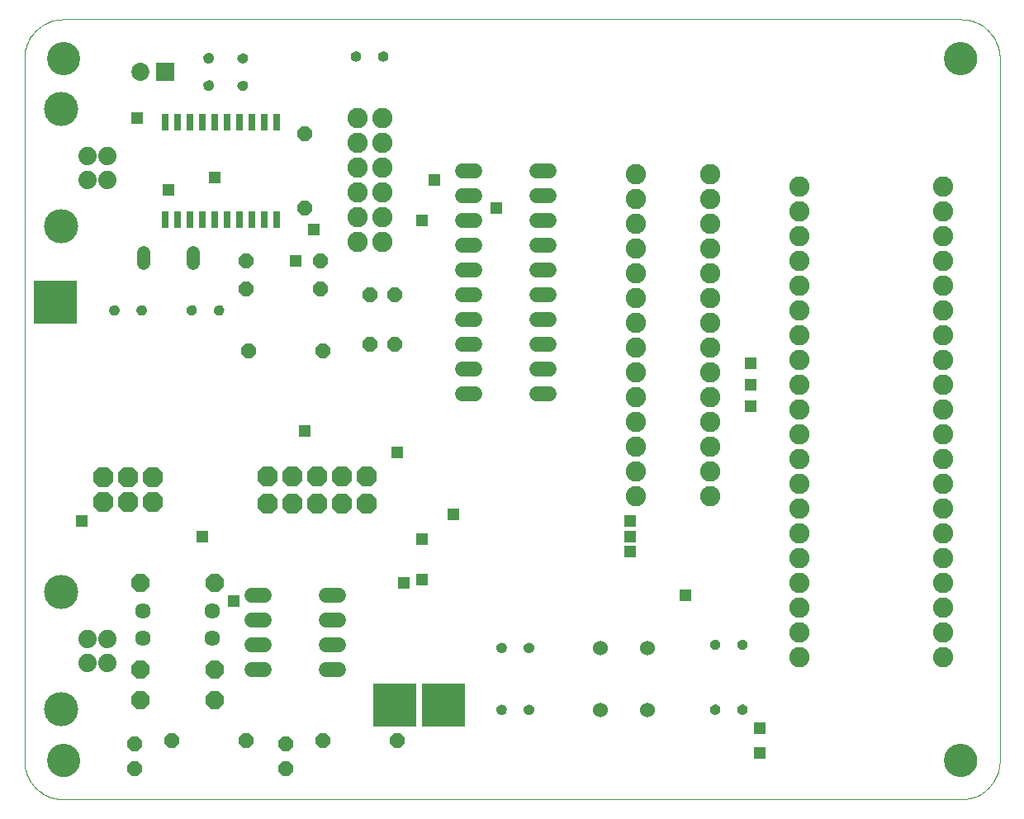
<source format=gts>
G75*
G70*
%OFA0B0*%
%FSLAX24Y24*%
%IPPOS*%
%LPD*%
%AMOC8*
5,1,8,0,0,1.08239X$1,22.5*
%
%ADD10C,0.0000*%
%ADD11C,0.1340*%
%ADD12R,0.0316X0.0671*%
%ADD13C,0.0520*%
%ADD14C,0.0050*%
%ADD15C,0.0740*%
%ADD16C,0.1380*%
%ADD17OC8,0.0600*%
%ADD18C,0.0730*%
%ADD19R,0.0730X0.0730*%
%ADD20C,0.0600*%
%ADD21C,0.0634*%
%ADD22OC8,0.0820*%
%ADD23OC8,0.0740*%
%ADD24C,0.0820*%
%ADD25C,0.0600*%
%ADD26R,0.0476X0.0476*%
%ADD27R,0.1740X0.1740*%
D10*
X006206Y003416D02*
X042426Y003416D01*
X041796Y004990D02*
X041798Y005040D01*
X041804Y005090D01*
X041814Y005139D01*
X041828Y005187D01*
X041845Y005234D01*
X041866Y005279D01*
X041891Y005323D01*
X041919Y005364D01*
X041951Y005403D01*
X041985Y005440D01*
X042022Y005474D01*
X042062Y005504D01*
X042104Y005531D01*
X042148Y005555D01*
X042194Y005576D01*
X042241Y005592D01*
X042289Y005605D01*
X042339Y005614D01*
X042388Y005619D01*
X042439Y005620D01*
X042489Y005617D01*
X042538Y005610D01*
X042587Y005599D01*
X042635Y005584D01*
X042681Y005566D01*
X042726Y005544D01*
X042769Y005518D01*
X042810Y005489D01*
X042849Y005457D01*
X042885Y005422D01*
X042917Y005384D01*
X042947Y005344D01*
X042974Y005301D01*
X042997Y005257D01*
X043016Y005211D01*
X043032Y005163D01*
X043044Y005114D01*
X043052Y005065D01*
X043056Y005015D01*
X043056Y004965D01*
X043052Y004915D01*
X043044Y004866D01*
X043032Y004817D01*
X043016Y004769D01*
X042997Y004723D01*
X042974Y004679D01*
X042947Y004636D01*
X042917Y004596D01*
X042885Y004558D01*
X042849Y004523D01*
X042810Y004491D01*
X042769Y004462D01*
X042726Y004436D01*
X042681Y004414D01*
X042635Y004396D01*
X042587Y004381D01*
X042538Y004370D01*
X042489Y004363D01*
X042439Y004360D01*
X042388Y004361D01*
X042339Y004366D01*
X042289Y004375D01*
X042241Y004388D01*
X042194Y004404D01*
X042148Y004425D01*
X042104Y004449D01*
X042062Y004476D01*
X042022Y004506D01*
X041985Y004540D01*
X041951Y004577D01*
X041919Y004616D01*
X041891Y004657D01*
X041866Y004701D01*
X041845Y004746D01*
X041828Y004793D01*
X041814Y004841D01*
X041804Y004890D01*
X041798Y004940D01*
X041796Y004990D01*
X042426Y003415D02*
X042503Y003417D01*
X042580Y003423D01*
X042657Y003432D01*
X042733Y003445D01*
X042809Y003462D01*
X042883Y003483D01*
X042957Y003507D01*
X043029Y003535D01*
X043099Y003566D01*
X043168Y003601D01*
X043236Y003639D01*
X043301Y003680D01*
X043364Y003725D01*
X043425Y003773D01*
X043484Y003823D01*
X043540Y003876D01*
X043593Y003932D01*
X043643Y003991D01*
X043691Y004052D01*
X043736Y004115D01*
X043777Y004180D01*
X043815Y004248D01*
X043850Y004317D01*
X043881Y004387D01*
X043909Y004459D01*
X043933Y004533D01*
X043954Y004607D01*
X043971Y004683D01*
X043984Y004759D01*
X043993Y004836D01*
X043999Y004913D01*
X044001Y004990D01*
X044001Y033337D01*
X041796Y033337D02*
X041798Y033387D01*
X041804Y033437D01*
X041814Y033486D01*
X041828Y033534D01*
X041845Y033581D01*
X041866Y033626D01*
X041891Y033670D01*
X041919Y033711D01*
X041951Y033750D01*
X041985Y033787D01*
X042022Y033821D01*
X042062Y033851D01*
X042104Y033878D01*
X042148Y033902D01*
X042194Y033923D01*
X042241Y033939D01*
X042289Y033952D01*
X042339Y033961D01*
X042388Y033966D01*
X042439Y033967D01*
X042489Y033964D01*
X042538Y033957D01*
X042587Y033946D01*
X042635Y033931D01*
X042681Y033913D01*
X042726Y033891D01*
X042769Y033865D01*
X042810Y033836D01*
X042849Y033804D01*
X042885Y033769D01*
X042917Y033731D01*
X042947Y033691D01*
X042974Y033648D01*
X042997Y033604D01*
X043016Y033558D01*
X043032Y033510D01*
X043044Y033461D01*
X043052Y033412D01*
X043056Y033362D01*
X043056Y033312D01*
X043052Y033262D01*
X043044Y033213D01*
X043032Y033164D01*
X043016Y033116D01*
X042997Y033070D01*
X042974Y033026D01*
X042947Y032983D01*
X042917Y032943D01*
X042885Y032905D01*
X042849Y032870D01*
X042810Y032838D01*
X042769Y032809D01*
X042726Y032783D01*
X042681Y032761D01*
X042635Y032743D01*
X042587Y032728D01*
X042538Y032717D01*
X042489Y032710D01*
X042439Y032707D01*
X042388Y032708D01*
X042339Y032713D01*
X042289Y032722D01*
X042241Y032735D01*
X042194Y032751D01*
X042148Y032772D01*
X042104Y032796D01*
X042062Y032823D01*
X042022Y032853D01*
X041985Y032887D01*
X041951Y032924D01*
X041919Y032963D01*
X041891Y033004D01*
X041866Y033048D01*
X041845Y033093D01*
X041828Y033140D01*
X041814Y033188D01*
X041804Y033237D01*
X041798Y033287D01*
X041796Y033337D01*
X042426Y034912D02*
X042503Y034910D01*
X042580Y034904D01*
X042657Y034895D01*
X042733Y034882D01*
X042809Y034865D01*
X042883Y034844D01*
X042957Y034820D01*
X043029Y034792D01*
X043099Y034761D01*
X043168Y034726D01*
X043236Y034688D01*
X043301Y034647D01*
X043364Y034602D01*
X043425Y034554D01*
X043484Y034504D01*
X043540Y034451D01*
X043593Y034395D01*
X043643Y034336D01*
X043691Y034275D01*
X043736Y034212D01*
X043777Y034147D01*
X043815Y034079D01*
X043850Y034010D01*
X043881Y033940D01*
X043909Y033868D01*
X043933Y033794D01*
X043954Y033720D01*
X043971Y033644D01*
X043984Y033568D01*
X043993Y033491D01*
X043999Y033414D01*
X044001Y033337D01*
X042426Y034912D02*
X006206Y034912D01*
X005576Y033337D02*
X005578Y033387D01*
X005584Y033437D01*
X005594Y033486D01*
X005608Y033534D01*
X005625Y033581D01*
X005646Y033626D01*
X005671Y033670D01*
X005699Y033711D01*
X005731Y033750D01*
X005765Y033787D01*
X005802Y033821D01*
X005842Y033851D01*
X005884Y033878D01*
X005928Y033902D01*
X005974Y033923D01*
X006021Y033939D01*
X006069Y033952D01*
X006119Y033961D01*
X006168Y033966D01*
X006219Y033967D01*
X006269Y033964D01*
X006318Y033957D01*
X006367Y033946D01*
X006415Y033931D01*
X006461Y033913D01*
X006506Y033891D01*
X006549Y033865D01*
X006590Y033836D01*
X006629Y033804D01*
X006665Y033769D01*
X006697Y033731D01*
X006727Y033691D01*
X006754Y033648D01*
X006777Y033604D01*
X006796Y033558D01*
X006812Y033510D01*
X006824Y033461D01*
X006832Y033412D01*
X006836Y033362D01*
X006836Y033312D01*
X006832Y033262D01*
X006824Y033213D01*
X006812Y033164D01*
X006796Y033116D01*
X006777Y033070D01*
X006754Y033026D01*
X006727Y032983D01*
X006697Y032943D01*
X006665Y032905D01*
X006629Y032870D01*
X006590Y032838D01*
X006549Y032809D01*
X006506Y032783D01*
X006461Y032761D01*
X006415Y032743D01*
X006367Y032728D01*
X006318Y032717D01*
X006269Y032710D01*
X006219Y032707D01*
X006168Y032708D01*
X006119Y032713D01*
X006069Y032722D01*
X006021Y032735D01*
X005974Y032751D01*
X005928Y032772D01*
X005884Y032796D01*
X005842Y032823D01*
X005802Y032853D01*
X005765Y032887D01*
X005731Y032924D01*
X005699Y032963D01*
X005671Y033004D01*
X005646Y033048D01*
X005625Y033093D01*
X005608Y033140D01*
X005594Y033188D01*
X005584Y033237D01*
X005578Y033287D01*
X005576Y033337D01*
X004631Y033337D02*
X004633Y033414D01*
X004639Y033491D01*
X004648Y033568D01*
X004661Y033644D01*
X004678Y033720D01*
X004699Y033794D01*
X004723Y033868D01*
X004751Y033940D01*
X004782Y034010D01*
X004817Y034079D01*
X004855Y034147D01*
X004896Y034212D01*
X004941Y034275D01*
X004989Y034336D01*
X005039Y034395D01*
X005092Y034451D01*
X005148Y034504D01*
X005207Y034554D01*
X005268Y034602D01*
X005331Y034647D01*
X005396Y034688D01*
X005464Y034726D01*
X005533Y034761D01*
X005603Y034792D01*
X005675Y034820D01*
X005749Y034844D01*
X005823Y034865D01*
X005899Y034882D01*
X005975Y034895D01*
X006052Y034904D01*
X006129Y034910D01*
X006206Y034912D01*
X004631Y033337D02*
X004631Y004990D01*
X005576Y004990D02*
X005578Y005040D01*
X005584Y005090D01*
X005594Y005139D01*
X005608Y005187D01*
X005625Y005234D01*
X005646Y005279D01*
X005671Y005323D01*
X005699Y005364D01*
X005731Y005403D01*
X005765Y005440D01*
X005802Y005474D01*
X005842Y005504D01*
X005884Y005531D01*
X005928Y005555D01*
X005974Y005576D01*
X006021Y005592D01*
X006069Y005605D01*
X006119Y005614D01*
X006168Y005619D01*
X006219Y005620D01*
X006269Y005617D01*
X006318Y005610D01*
X006367Y005599D01*
X006415Y005584D01*
X006461Y005566D01*
X006506Y005544D01*
X006549Y005518D01*
X006590Y005489D01*
X006629Y005457D01*
X006665Y005422D01*
X006697Y005384D01*
X006727Y005344D01*
X006754Y005301D01*
X006777Y005257D01*
X006796Y005211D01*
X006812Y005163D01*
X006824Y005114D01*
X006832Y005065D01*
X006836Y005015D01*
X006836Y004965D01*
X006832Y004915D01*
X006824Y004866D01*
X006812Y004817D01*
X006796Y004769D01*
X006777Y004723D01*
X006754Y004679D01*
X006727Y004636D01*
X006697Y004596D01*
X006665Y004558D01*
X006629Y004523D01*
X006590Y004491D01*
X006549Y004462D01*
X006506Y004436D01*
X006461Y004414D01*
X006415Y004396D01*
X006367Y004381D01*
X006318Y004370D01*
X006269Y004363D01*
X006219Y004360D01*
X006168Y004361D01*
X006119Y004366D01*
X006069Y004375D01*
X006021Y004388D01*
X005974Y004404D01*
X005928Y004425D01*
X005884Y004449D01*
X005842Y004476D01*
X005802Y004506D01*
X005765Y004540D01*
X005731Y004577D01*
X005699Y004616D01*
X005671Y004657D01*
X005646Y004701D01*
X005625Y004746D01*
X005608Y004793D01*
X005594Y004841D01*
X005584Y004890D01*
X005578Y004940D01*
X005576Y004990D01*
X004631Y004990D02*
X004633Y004913D01*
X004639Y004836D01*
X004648Y004759D01*
X004661Y004683D01*
X004678Y004607D01*
X004699Y004533D01*
X004723Y004459D01*
X004751Y004387D01*
X004782Y004317D01*
X004817Y004248D01*
X004855Y004180D01*
X004896Y004115D01*
X004941Y004052D01*
X004989Y003991D01*
X005039Y003932D01*
X005092Y003876D01*
X005148Y003823D01*
X005207Y003773D01*
X005268Y003725D01*
X005331Y003680D01*
X005396Y003639D01*
X005464Y003601D01*
X005533Y003566D01*
X005603Y003535D01*
X005675Y003507D01*
X005749Y003483D01*
X005823Y003462D01*
X005899Y003445D01*
X005975Y003432D01*
X006052Y003423D01*
X006129Y003417D01*
X006206Y003415D01*
D11*
X006206Y004990D03*
X042426Y004990D03*
X042426Y033337D03*
X006206Y033337D03*
D12*
X010316Y030757D03*
X010816Y030757D03*
X011316Y030757D03*
X011816Y030757D03*
X012316Y030757D03*
X012816Y030757D03*
X013316Y030757D03*
X013816Y030757D03*
X014316Y030757D03*
X014816Y030757D03*
X014816Y026820D03*
X014316Y026820D03*
X013816Y026820D03*
X013316Y026820D03*
X012816Y026820D03*
X012316Y026820D03*
X011816Y026820D03*
X011316Y026820D03*
X010816Y026820D03*
X010316Y026820D03*
D13*
X009441Y025509D02*
X009441Y025069D01*
X011441Y025069D02*
X011441Y025509D01*
D14*
X011388Y023342D02*
X011427Y023336D01*
X011464Y023323D01*
X011497Y023301D01*
X011525Y023273D01*
X011546Y023239D01*
X011558Y023201D01*
X011562Y023162D01*
X011557Y023123D01*
X011544Y023087D01*
X011523Y023054D01*
X011496Y023027D01*
X011463Y023007D01*
X011426Y022995D01*
X011388Y022991D01*
X011350Y022994D01*
X011313Y023006D01*
X011280Y023025D01*
X011253Y023052D01*
X011231Y023084D01*
X011218Y023120D01*
X011213Y023158D01*
X011216Y023198D01*
X011229Y023236D01*
X011249Y023271D01*
X011277Y023300D01*
X011310Y023322D01*
X011348Y023336D01*
X011388Y023342D01*
X011381Y023341D02*
X011395Y023341D01*
X011506Y023292D02*
X011270Y023292D01*
X011233Y023244D02*
X011542Y023244D01*
X011559Y023195D02*
X011216Y023195D01*
X011214Y023147D02*
X011560Y023147D01*
X011548Y023098D02*
X011226Y023098D01*
X011255Y023050D02*
X011518Y023050D01*
X011446Y023001D02*
X011327Y023001D01*
X012316Y023147D02*
X012662Y023147D01*
X012664Y023162D02*
X012659Y023123D01*
X012646Y023087D01*
X012625Y023054D01*
X012598Y023027D01*
X012565Y023007D01*
X012528Y022995D01*
X012490Y022991D01*
X012452Y022994D01*
X012415Y023006D01*
X012382Y023025D01*
X012355Y023052D01*
X012333Y023084D01*
X012320Y023120D01*
X012315Y023158D01*
X012318Y023198D01*
X012331Y023236D01*
X012351Y023271D01*
X012379Y023300D01*
X012412Y023322D01*
X012450Y023336D01*
X012490Y023342D01*
X012529Y023336D01*
X012566Y023323D01*
X012599Y023301D01*
X012627Y023273D01*
X012648Y023239D01*
X012660Y023201D01*
X012664Y023162D01*
X012661Y023195D02*
X012318Y023195D01*
X012335Y023244D02*
X012644Y023244D01*
X012608Y023292D02*
X012372Y023292D01*
X012483Y023341D02*
X012497Y023341D01*
X012650Y023098D02*
X012328Y023098D01*
X012357Y023050D02*
X012620Y023050D01*
X012548Y023001D02*
X012429Y023001D01*
X009539Y023162D02*
X009534Y023123D01*
X009521Y023087D01*
X009500Y023054D01*
X009473Y023027D01*
X009440Y023007D01*
X009403Y022995D01*
X009365Y022991D01*
X009327Y022994D01*
X009290Y023006D01*
X009257Y023025D01*
X009230Y023052D01*
X009208Y023084D01*
X009195Y023120D01*
X009190Y023158D01*
X009193Y023198D01*
X009206Y023236D01*
X009226Y023271D01*
X009254Y023300D01*
X009287Y023322D01*
X009325Y023336D01*
X009365Y023342D01*
X009404Y023336D01*
X009441Y023323D01*
X009474Y023301D01*
X009502Y023273D01*
X009523Y023239D01*
X009535Y023201D01*
X009539Y023162D01*
X009537Y023147D02*
X009191Y023147D01*
X009193Y023195D02*
X009536Y023195D01*
X009519Y023244D02*
X009210Y023244D01*
X009247Y023292D02*
X009483Y023292D01*
X009372Y023341D02*
X009358Y023341D01*
X009203Y023098D02*
X009525Y023098D01*
X009495Y023050D02*
X009232Y023050D01*
X009304Y023001D02*
X009423Y023001D01*
X008432Y023123D02*
X008419Y023087D01*
X008398Y023054D01*
X008371Y023027D01*
X008338Y023007D01*
X008301Y022995D01*
X008263Y022991D01*
X008225Y022994D01*
X008188Y023006D01*
X008155Y023025D01*
X008128Y023052D01*
X008106Y023084D01*
X008093Y023120D01*
X008088Y023158D01*
X008091Y023198D01*
X008104Y023236D01*
X008124Y023271D01*
X008152Y023300D01*
X008185Y023322D01*
X008223Y023336D01*
X008263Y023342D01*
X008302Y023336D01*
X008339Y023323D01*
X008372Y023301D01*
X008400Y023273D01*
X008421Y023239D01*
X008433Y023201D01*
X008437Y023162D01*
X008432Y023123D01*
X008435Y023147D02*
X008089Y023147D01*
X008091Y023195D02*
X008434Y023195D01*
X008417Y023244D02*
X008108Y023244D01*
X008145Y023292D02*
X008381Y023292D01*
X008270Y023341D02*
X008256Y023341D01*
X008101Y023098D02*
X008423Y023098D01*
X008393Y023050D02*
X008130Y023050D01*
X008202Y023001D02*
X008321Y023001D01*
X011989Y032083D02*
X011957Y032104D01*
X011929Y032132D01*
X011909Y032165D01*
X011897Y032201D01*
X011893Y032240D01*
X011896Y032278D01*
X011908Y032314D01*
X011928Y032347D01*
X011954Y032375D01*
X011986Y032396D01*
X012022Y032409D01*
X012060Y032415D01*
X012100Y032411D01*
X012138Y032399D01*
X012173Y032378D01*
X012202Y032351D01*
X012224Y032317D01*
X012238Y032279D01*
X012244Y032240D01*
X012239Y032200D01*
X012225Y032163D01*
X012203Y032130D01*
X012175Y032102D01*
X012141Y032082D01*
X012103Y032069D01*
X012064Y032066D01*
X012025Y032070D01*
X011989Y032083D01*
X012024Y032071D02*
X012107Y032071D01*
X012192Y032119D02*
X011942Y032119D01*
X011908Y032168D02*
X012227Y032168D01*
X012241Y032216D02*
X011895Y032216D01*
X011895Y032265D02*
X012240Y032265D01*
X012225Y032313D02*
X011908Y032313D01*
X011941Y032362D02*
X012190Y032362D01*
X012102Y032410D02*
X012028Y032410D01*
X012064Y033168D02*
X012025Y033172D01*
X011989Y033185D01*
X011957Y033206D01*
X011929Y033234D01*
X011909Y033267D01*
X011897Y033303D01*
X011893Y033342D01*
X011896Y033380D01*
X011908Y033416D01*
X011928Y033449D01*
X011954Y033477D01*
X011986Y033498D01*
X012022Y033511D01*
X012060Y033517D01*
X012100Y033513D01*
X012138Y033501D01*
X012173Y033480D01*
X012202Y033453D01*
X012224Y033419D01*
X012238Y033381D01*
X012244Y033342D01*
X012239Y033302D01*
X012225Y033265D01*
X012203Y033232D01*
X012175Y033204D01*
X012141Y033184D01*
X012103Y033171D01*
X012064Y033168D01*
X011988Y033186D02*
X012145Y033186D01*
X012205Y033235D02*
X011929Y033235D01*
X011903Y033283D02*
X012232Y033283D01*
X012242Y033332D02*
X011894Y033332D01*
X011896Y033380D02*
X012238Y033380D01*
X012218Y033429D02*
X011915Y033429D01*
X011955Y033477D02*
X012176Y033477D01*
X013263Y033338D02*
X013268Y033377D01*
X013282Y033414D01*
X013303Y033447D01*
X013332Y033475D01*
X013366Y033495D01*
X013403Y033508D01*
X013443Y033512D01*
X013481Y033507D01*
X013517Y033494D01*
X013550Y033473D01*
X013577Y033446D01*
X013597Y033413D01*
X013610Y033376D01*
X013614Y033338D01*
X013610Y033300D01*
X013599Y033263D01*
X013579Y033230D01*
X013553Y033202D01*
X013521Y033181D01*
X013485Y033168D01*
X013447Y033163D01*
X013407Y033166D01*
X013368Y033178D01*
X013334Y033199D01*
X013305Y033227D01*
X013283Y033260D01*
X013268Y033298D01*
X013263Y033338D01*
X013264Y033332D02*
X013613Y033332D01*
X013608Y033380D02*
X013269Y033380D01*
X013291Y033429D02*
X013587Y033429D01*
X013543Y033477D02*
X013336Y033477D01*
X013274Y033283D02*
X013605Y033283D01*
X013582Y033235D02*
X013299Y033235D01*
X013355Y033186D02*
X013528Y033186D01*
X013443Y032410D02*
X013481Y032405D01*
X013517Y032392D01*
X013550Y032371D01*
X013577Y032344D01*
X013597Y032311D01*
X013610Y032274D01*
X013614Y032236D01*
X013610Y032198D01*
X013599Y032161D01*
X013579Y032128D01*
X013553Y032100D01*
X013521Y032079D01*
X013485Y032066D01*
X013447Y032061D01*
X013407Y032064D01*
X013368Y032076D01*
X013334Y032097D01*
X013305Y032125D01*
X013283Y032158D01*
X013268Y032196D01*
X013263Y032236D01*
X013268Y032275D01*
X013282Y032312D01*
X013303Y032345D01*
X013332Y032373D01*
X013366Y032393D01*
X013403Y032406D01*
X013443Y032410D01*
X013559Y032362D02*
X013320Y032362D01*
X013282Y032313D02*
X013596Y032313D01*
X013611Y032265D02*
X013267Y032265D01*
X013265Y032216D02*
X013612Y032216D01*
X013601Y032168D02*
X013279Y032168D01*
X013310Y032119D02*
X013570Y032119D01*
X013498Y032071D02*
X013386Y032071D01*
X017843Y033370D02*
X017838Y033408D01*
X017841Y033448D01*
X017854Y033486D01*
X017874Y033521D01*
X017902Y033550D01*
X017935Y033572D01*
X017973Y033586D01*
X018013Y033592D01*
X018052Y033586D01*
X018089Y033573D01*
X018122Y033551D01*
X018150Y033523D01*
X018171Y033489D01*
X018183Y033451D01*
X018187Y033412D01*
X018182Y033373D01*
X018169Y033337D01*
X018148Y033304D01*
X018121Y033277D01*
X018088Y033257D01*
X018051Y033245D01*
X018013Y033241D01*
X017975Y033244D01*
X017938Y033256D01*
X017905Y033275D01*
X017878Y033302D01*
X017856Y033334D01*
X017843Y033370D01*
X017841Y033380D02*
X018183Y033380D01*
X018185Y033429D02*
X017840Y033429D01*
X017851Y033477D02*
X018174Y033477D01*
X018147Y033526D02*
X017879Y033526D01*
X017942Y033574D02*
X018085Y033574D01*
X018166Y033332D02*
X017858Y033332D01*
X017897Y033283D02*
X018127Y033283D01*
X018940Y033408D02*
X018943Y033448D01*
X018956Y033486D01*
X018976Y033521D01*
X019004Y033550D01*
X019037Y033572D01*
X019075Y033586D01*
X019115Y033592D01*
X019154Y033586D01*
X019191Y033573D01*
X019224Y033551D01*
X019252Y033523D01*
X019273Y033489D01*
X019285Y033451D01*
X019289Y033412D01*
X019284Y033373D01*
X019271Y033337D01*
X019250Y033304D01*
X019223Y033277D01*
X019190Y033257D01*
X019153Y033245D01*
X019115Y033241D01*
X019077Y033244D01*
X019040Y033256D01*
X019007Y033275D01*
X018980Y033302D01*
X018958Y033334D01*
X018945Y033370D01*
X018940Y033408D01*
X018942Y033429D02*
X019287Y033429D01*
X019285Y033380D02*
X018943Y033380D01*
X018960Y033332D02*
X019268Y033332D01*
X019229Y033283D02*
X018999Y033283D01*
X018953Y033477D02*
X019276Y033477D01*
X019249Y033526D02*
X018981Y033526D01*
X019044Y033574D02*
X019187Y033574D01*
X032435Y009822D02*
X032473Y009836D01*
X032513Y009842D01*
X032552Y009836D01*
X032589Y009823D01*
X032622Y009801D01*
X032650Y009773D01*
X032671Y009739D01*
X032683Y009701D01*
X032687Y009662D01*
X032682Y009623D01*
X032669Y009587D01*
X032648Y009554D01*
X032621Y009527D01*
X032588Y009507D01*
X032551Y009495D01*
X032513Y009491D01*
X032475Y009494D01*
X032438Y009506D01*
X032405Y009525D01*
X032378Y009552D01*
X032356Y009584D01*
X032343Y009620D01*
X032338Y009658D01*
X032341Y009698D01*
X032354Y009736D01*
X032374Y009771D01*
X032402Y009800D01*
X032435Y009822D01*
X032416Y009809D02*
X032610Y009809D01*
X032657Y009761D02*
X032368Y009761D01*
X032346Y009712D02*
X032679Y009712D01*
X032687Y009664D02*
X032338Y009664D01*
X032345Y009615D02*
X032679Y009615D01*
X032656Y009567D02*
X032368Y009567D01*
X032417Y009518D02*
X032606Y009518D01*
X033445Y009620D02*
X033440Y009658D01*
X033443Y009698D01*
X033456Y009736D01*
X033476Y009771D01*
X033504Y009800D01*
X033537Y009822D01*
X033575Y009836D01*
X033615Y009842D01*
X033654Y009836D01*
X033691Y009823D01*
X033724Y009801D01*
X033752Y009773D01*
X033773Y009739D01*
X033785Y009701D01*
X033789Y009662D01*
X033784Y009623D01*
X033771Y009587D01*
X033750Y009554D01*
X033723Y009527D01*
X033690Y009507D01*
X033653Y009495D01*
X033615Y009491D01*
X033577Y009494D01*
X033540Y009506D01*
X033507Y009525D01*
X033480Y009552D01*
X033458Y009584D01*
X033445Y009620D01*
X033447Y009615D02*
X033781Y009615D01*
X033789Y009664D02*
X033440Y009664D01*
X033448Y009712D02*
X033781Y009712D01*
X033759Y009761D02*
X033470Y009761D01*
X033518Y009809D02*
X033712Y009809D01*
X033758Y009567D02*
X033470Y009567D01*
X033519Y009518D02*
X033708Y009518D01*
X033615Y007217D02*
X033654Y007211D01*
X033691Y007198D01*
X033724Y007176D01*
X033752Y007148D01*
X033773Y007114D01*
X033785Y007076D01*
X033789Y007037D01*
X033784Y006998D01*
X033771Y006962D01*
X033750Y006929D01*
X033723Y006902D01*
X033690Y006882D01*
X033653Y006870D01*
X033615Y006866D01*
X033577Y006869D01*
X033540Y006881D01*
X033507Y006900D01*
X033480Y006927D01*
X033458Y006959D01*
X033445Y006995D01*
X033440Y007033D01*
X033443Y007073D01*
X033456Y007111D01*
X033476Y007146D01*
X033504Y007175D01*
X033537Y007197D01*
X033575Y007211D01*
X033615Y007217D01*
X033527Y007190D02*
X033703Y007190D01*
X033756Y007142D02*
X033474Y007142D01*
X033450Y007093D02*
X033779Y007093D01*
X033788Y007045D02*
X033441Y007045D01*
X033445Y006996D02*
X033783Y006996D01*
X033762Y006948D02*
X033466Y006948D01*
X033509Y006899D02*
X033717Y006899D01*
X032687Y007037D02*
X032682Y006998D01*
X032669Y006962D01*
X032648Y006929D01*
X032621Y006902D01*
X032588Y006882D01*
X032551Y006870D01*
X032513Y006866D01*
X032475Y006869D01*
X032438Y006881D01*
X032405Y006900D01*
X032378Y006927D01*
X032356Y006959D01*
X032343Y006995D01*
X032338Y007033D01*
X032341Y007073D01*
X032354Y007111D01*
X032374Y007146D01*
X032402Y007175D01*
X032435Y007197D01*
X032473Y007211D01*
X032513Y007217D01*
X032552Y007211D01*
X032589Y007198D01*
X032622Y007176D01*
X032650Y007148D01*
X032671Y007114D01*
X032683Y007076D01*
X032687Y007037D01*
X032686Y007045D02*
X032339Y007045D01*
X032348Y007093D02*
X032677Y007093D01*
X032654Y007142D02*
X032372Y007142D01*
X032425Y007190D02*
X032601Y007190D01*
X032681Y006996D02*
X032343Y006996D01*
X032364Y006948D02*
X032660Y006948D01*
X032615Y006899D02*
X032407Y006899D01*
X025169Y007045D02*
X025165Y007005D01*
X025153Y006966D01*
X025132Y006932D01*
X025105Y006903D01*
X025071Y006880D01*
X025034Y006866D01*
X024994Y006861D01*
X024954Y006866D01*
X024917Y006880D01*
X024884Y006901D01*
X024857Y006930D01*
X024836Y006964D01*
X024824Y007001D01*
X024820Y007041D01*
X024824Y007079D01*
X024837Y007115D01*
X024858Y007148D01*
X024886Y007175D01*
X024919Y007195D01*
X024955Y007208D01*
X024994Y007212D01*
X025032Y007208D01*
X025068Y007196D01*
X025101Y007177D01*
X025129Y007150D01*
X025150Y007118D01*
X025164Y007083D01*
X025169Y007045D01*
X024820Y007045D01*
X024829Y007093D02*
X025160Y007093D01*
X025135Y007142D02*
X024854Y007142D01*
X024910Y007190D02*
X025079Y007190D01*
X025163Y006996D02*
X024825Y006996D01*
X024846Y006948D02*
X025142Y006948D01*
X025099Y006899D02*
X024887Y006899D01*
X024063Y007005D02*
X024051Y006966D01*
X024030Y006932D01*
X024003Y006903D01*
X023969Y006880D01*
X023932Y006866D01*
X023892Y006861D01*
X023852Y006866D01*
X023815Y006880D01*
X023782Y006901D01*
X023754Y006930D01*
X023734Y006964D01*
X023722Y007001D01*
X023718Y007041D01*
X023722Y007079D01*
X023735Y007115D01*
X023756Y007148D01*
X023784Y007175D01*
X023817Y007195D01*
X023853Y007208D01*
X023892Y007212D01*
X023930Y007208D01*
X023966Y007196D01*
X023999Y007177D01*
X024027Y007150D01*
X024048Y007118D01*
X024062Y007083D01*
X024067Y007045D01*
X024063Y007005D01*
X024060Y006996D02*
X023723Y006996D01*
X023718Y007045D02*
X024067Y007045D01*
X024058Y007093D02*
X023727Y007093D01*
X023752Y007142D02*
X024033Y007142D01*
X023977Y007190D02*
X023808Y007190D01*
X023744Y006948D02*
X024040Y006948D01*
X023997Y006899D02*
X023785Y006899D01*
X023892Y009361D02*
X023852Y009366D01*
X023815Y009380D01*
X023782Y009401D01*
X023754Y009430D01*
X023734Y009464D01*
X023722Y009501D01*
X023718Y009541D01*
X023722Y009579D01*
X023735Y009615D01*
X024049Y009615D01*
X024048Y009618D02*
X024062Y009583D01*
X024067Y009545D01*
X024063Y009505D01*
X024051Y009466D01*
X024030Y009432D01*
X024003Y009403D01*
X023969Y009380D01*
X023932Y009366D01*
X023892Y009361D01*
X023949Y009373D02*
X023834Y009373D01*
X023763Y009421D02*
X024020Y009421D01*
X024052Y009470D02*
X023732Y009470D01*
X023720Y009518D02*
X024064Y009518D01*
X024064Y009567D02*
X023721Y009567D01*
X023735Y009615D02*
X023756Y009648D01*
X023784Y009675D01*
X023817Y009695D01*
X023853Y009708D01*
X023892Y009712D01*
X023930Y009708D01*
X023966Y009696D01*
X023999Y009677D01*
X024027Y009650D01*
X024048Y009618D01*
X024013Y009664D02*
X023772Y009664D01*
X024820Y009541D02*
X024824Y009579D01*
X024837Y009615D01*
X025151Y009615D01*
X025150Y009618D02*
X025164Y009583D01*
X025169Y009545D01*
X025165Y009505D01*
X025153Y009466D01*
X025132Y009432D01*
X025105Y009403D01*
X025071Y009380D01*
X025034Y009366D01*
X024994Y009361D01*
X024954Y009366D01*
X024917Y009380D01*
X024884Y009401D01*
X024857Y009430D01*
X024836Y009464D01*
X024824Y009501D01*
X024820Y009541D01*
X024822Y009518D02*
X025166Y009518D01*
X025166Y009567D02*
X024823Y009567D01*
X024837Y009615D02*
X024858Y009648D01*
X024886Y009675D01*
X024919Y009695D01*
X024955Y009708D01*
X024994Y009712D01*
X025032Y009708D01*
X025068Y009696D01*
X025101Y009677D01*
X025129Y009650D01*
X025150Y009618D01*
X025115Y009664D02*
X024874Y009664D01*
X024834Y009470D02*
X025154Y009470D01*
X025122Y009421D02*
X024865Y009421D01*
X024936Y009373D02*
X025051Y009373D01*
D15*
X007971Y008922D03*
X007191Y008922D03*
X007191Y009906D03*
X007971Y009906D03*
X007971Y028422D03*
X007191Y028422D03*
X007191Y029406D03*
X007971Y029406D03*
D16*
X006121Y031284D03*
X006121Y026544D03*
X006121Y011784D03*
X006121Y007044D03*
D17*
X009066Y005664D03*
X009066Y004664D03*
X010566Y005789D03*
X013566Y005789D03*
X015191Y005664D03*
X015191Y004664D03*
X016691Y005789D03*
X019691Y005789D03*
X016691Y021539D03*
X018566Y021789D03*
X019566Y021789D03*
X019566Y023789D03*
X018566Y023789D03*
X016566Y024039D03*
X016566Y025164D03*
X015941Y027289D03*
X013566Y025164D03*
X013566Y024039D03*
X013691Y021539D03*
X015941Y030289D03*
D18*
X009316Y032789D03*
D19*
X010316Y032789D03*
D20*
X022306Y028789D02*
X022826Y028789D01*
X022826Y027789D02*
X022306Y027789D01*
X022306Y026789D02*
X022826Y026789D01*
X022826Y025789D02*
X022306Y025789D01*
X022306Y024789D02*
X022826Y024789D01*
X022826Y023789D02*
X022306Y023789D01*
X022306Y022789D02*
X022826Y022789D01*
X022826Y021789D02*
X022306Y021789D01*
X022306Y020789D02*
X022826Y020789D01*
X022826Y019789D02*
X022306Y019789D01*
X025306Y019789D02*
X025826Y019789D01*
X025826Y020789D02*
X025306Y020789D01*
X025306Y021789D02*
X025826Y021789D01*
X025826Y022789D02*
X025306Y022789D01*
X025306Y023789D02*
X025826Y023789D01*
X025826Y024789D02*
X025306Y024789D01*
X025306Y025789D02*
X025826Y025789D01*
X025826Y026789D02*
X025306Y026789D01*
X025306Y027789D02*
X025826Y027789D01*
X025826Y028789D02*
X025306Y028789D01*
X017326Y011664D02*
X016806Y011664D01*
X016806Y010664D02*
X017326Y010664D01*
X017326Y009664D02*
X016806Y009664D01*
X016806Y008664D02*
X017326Y008664D01*
X014326Y008664D02*
X013806Y008664D01*
X013806Y009664D02*
X014326Y009664D01*
X014326Y010664D02*
X013806Y010664D01*
X013806Y011664D02*
X014326Y011664D01*
D21*
X012216Y011039D03*
X012216Y009914D03*
X009416Y009914D03*
X009416Y011039D03*
D22*
X009816Y015414D03*
X008816Y015414D03*
X007816Y015414D03*
X007816Y016414D03*
X008816Y016414D03*
X009816Y016414D03*
X014441Y016464D03*
X015441Y016464D03*
X016441Y016464D03*
X017441Y016464D03*
X018441Y016464D03*
X018441Y015364D03*
X017441Y015364D03*
X016441Y015364D03*
X015441Y015364D03*
X014441Y015364D03*
D23*
X012316Y012164D03*
X009316Y012164D03*
X009316Y008664D03*
X009316Y007414D03*
X012316Y007414D03*
X012316Y008664D03*
D24*
X029316Y015664D03*
X029316Y016664D03*
X029316Y017664D03*
X029316Y018664D03*
X029316Y019664D03*
X029316Y020664D03*
X029316Y021664D03*
X029316Y022664D03*
X029316Y023664D03*
X029316Y024664D03*
X029316Y025664D03*
X029316Y026664D03*
X029316Y027664D03*
X029316Y028664D03*
X032316Y028664D03*
X032316Y027664D03*
X032316Y026664D03*
X032316Y025664D03*
X032316Y024664D03*
X032316Y023664D03*
X032316Y022664D03*
X032316Y021664D03*
X032316Y020664D03*
X032316Y019664D03*
X032316Y018664D03*
X032316Y017664D03*
X032316Y016664D03*
X032316Y015664D03*
X035916Y016164D03*
X035916Y015164D03*
X035916Y014164D03*
X035916Y013164D03*
X035916Y012164D03*
X035916Y011164D03*
X035916Y010164D03*
X035916Y009164D03*
X041716Y009164D03*
X041716Y010164D03*
X041716Y011164D03*
X041716Y012164D03*
X041716Y013164D03*
X041716Y014164D03*
X041716Y015164D03*
X041716Y016164D03*
X041716Y017164D03*
X041716Y018164D03*
X041716Y019164D03*
X041716Y020164D03*
X041716Y021164D03*
X041716Y022164D03*
X041716Y023164D03*
X041716Y024164D03*
X041716Y025164D03*
X041716Y026164D03*
X041716Y027164D03*
X041716Y028164D03*
X035916Y028164D03*
X035916Y027164D03*
X035916Y026164D03*
X035916Y025164D03*
X035916Y024164D03*
X035916Y023164D03*
X035916Y022164D03*
X035916Y021164D03*
X035916Y020164D03*
X035916Y019164D03*
X035916Y018164D03*
X035916Y017164D03*
X019066Y025914D03*
X018066Y025914D03*
X018066Y026914D03*
X018066Y027914D03*
X019066Y027914D03*
X019066Y026914D03*
X019066Y028914D03*
X018066Y028914D03*
X018066Y029914D03*
X018066Y030914D03*
X019066Y030914D03*
X019066Y029914D03*
D25*
X027866Y009539D03*
X029766Y009539D03*
X029766Y007039D03*
X027866Y007039D03*
D26*
X031316Y011664D03*
X029066Y013414D03*
X029066Y014039D03*
X029066Y014664D03*
X033941Y019289D03*
X033941Y020164D03*
X033941Y021039D03*
X023691Y027289D03*
X021191Y028414D03*
X020691Y026789D03*
X016316Y026414D03*
X015566Y025164D03*
X012316Y028539D03*
X010441Y028039D03*
X009191Y030914D03*
X015941Y018289D03*
X019691Y017414D03*
X021941Y014914D03*
X020691Y013914D03*
X020691Y012289D03*
X019941Y012164D03*
X013066Y011414D03*
X011816Y014039D03*
X006941Y014664D03*
X034316Y006289D03*
X034316Y005289D03*
D27*
X021540Y007226D03*
X019592Y007232D03*
X005868Y023501D03*
M02*

</source>
